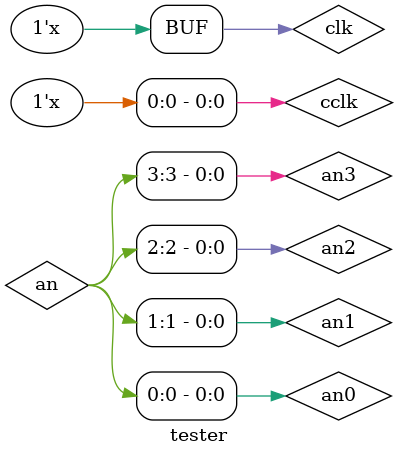
<source format=v>
`timescale 1ns / 1ns


module tester(

    );

wire [6:0] seg;
wire dp;
wire [3:0] an;
reg clk;


always    #10 clk=~clk;

initial
begin
    #0;
    clk = 0;
end

// clock
//wire targetClk;
//wire [18:0] tclk;
//assign tclk[0]=clk;
//genvar c;
//generate for(c=0;c<18;c=c+1)
//begin
//    clockDiv fDiv(tclk[c+1],tclk[c]);
//end
//endgenerate
//clockDiv fdivTarget(targetClk,tclk[18]);

// counter
// 1 sec = 10 ns * 2^27
wire targetCount;
wire [2:0] cclk;
assign cclk[0]=clk;
genvar i;
generate for(i=0;i<2;i=i+1)
begin
    clockDiv cDiv(cclk[i+1],cclk[i]);
end
endgenerate
clockDiv cdivTarget(targetCount,cclk[2]);

// 7 segment
reg [3:0] num0;
reg [3:0] num1;
reg [3:0] num2;
reg [3:0] num3;
reg dp_in;
wire an0, an1, an2, an3;
assign an = {an3, an2, an1, an0};
quadSevenSeg q7seg(seg,dp,an0,an1,an2,an3,num0,num1,num2,num3,dp_in,clk);

initial {num3,num2,num1,num0} = 0;

always @(targetCount)
begin
    case(targetCount)
        0: begin // month-date
            num3 = 0;
            num2 = 7;
            num1 = 1;
            num0 = 8;
            dp_in = 0;
        end
        1: begin // year
            num3 = 1;
            num2 = 9;
            num1 = 9;
            num0 = 6;
            dp_in = 1;
        end
    endcase
end

endmodule

</source>
